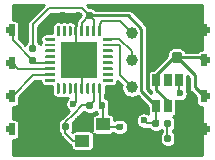
<source format=gbr>
%TF.GenerationSoftware,KiCad,Pcbnew,(5.1.8)-1*%
%TF.CreationDate,2021-10-29T19:36:58+09:00*%
%TF.ProjectId,ykts-mcu-node,796b7473-2d6d-4637-952d-6e6f64652e6b,rev?*%
%TF.SameCoordinates,PX6258c20PY49658d0*%
%TF.FileFunction,Copper,L1,Top*%
%TF.FilePolarity,Positive*%
%FSLAX46Y46*%
G04 Gerber Fmt 4.6, Leading zero omitted, Abs format (unit mm)*
G04 Created by KiCad (PCBNEW (5.1.8)-1) date 2021-10-29 19:36:58*
%MOMM*%
%LPD*%
G01*
G04 APERTURE LIST*
%TA.AperFunction,SMDPad,CuDef*%
%ADD10R,0.500000X1.000000*%
%TD*%
%TA.AperFunction,ComponentPad*%
%ADD11C,0.603000*%
%TD*%
%TA.AperFunction,SMDPad,CuDef*%
%ADD12R,0.650000X1.060000*%
%TD*%
%TA.AperFunction,SMDPad,CuDef*%
%ADD13R,1.150000X1.000000*%
%TD*%
%TA.AperFunction,SMDPad,CuDef*%
%ADD14R,3.100000X3.100000*%
%TD*%
%TA.AperFunction,SMDPad,CuDef*%
%ADD15C,1.000000*%
%TD*%
%TA.AperFunction,ViaPad*%
%ADD16C,0.600000*%
%TD*%
%TA.AperFunction,Conductor*%
%ADD17C,0.200000*%
%TD*%
%TA.AperFunction,Conductor*%
%ADD18C,0.250000*%
%TD*%
%TA.AperFunction,Conductor*%
%ADD19C,0.254000*%
%TD*%
%TA.AperFunction,Conductor*%
%ADD20C,0.100000*%
%TD*%
G04 APERTURE END LIST*
D10*
%TO.P,J4,1*%
%TO.N,/ISP_RESET*%
X250000Y-2540000D03*
D11*
X0Y-2540000D03*
%TD*%
D12*
%TO.P,SW1,5*%
%TO.N,Net-(SW1-Pad5)*%
X13462000Y-6774000D03*
%TO.P,SW1,6*%
%TO.N,+5V*%
X12512000Y-6774000D03*
%TO.P,SW1,4*%
%TO.N,Net-(J1-Pad1)*%
X14412000Y-6774000D03*
%TO.P,SW1,3*%
%TO.N,GND*%
X14412000Y-8974000D03*
%TO.P,SW1,2*%
%TO.N,+5V*%
X13462000Y-8974000D03*
%TO.P,SW1,1*%
%TO.N,Net-(C2-Pad1)*%
X12512000Y-8974000D03*
%TD*%
D13*
%TO.P,Y1,4*%
%TO.N,GND*%
X6237000Y-10476000D03*
%TO.P,Y1,3*%
%TO.N,Net-(C3-Pad1)*%
X7987000Y-10476000D03*
%TO.P,Y1,2*%
%TO.N,GND*%
X7987000Y-11876000D03*
%TO.P,Y1,1*%
%TO.N,Net-(C4-Pad1)*%
X6237000Y-11876000D03*
%TD*%
D14*
%TO.P,U1,33*%
%TO.N,GND*%
X5946000Y-5020000D03*
%TO.P,U1,32*%
%TO.N,Net-(U1-Pad32)*%
%TA.AperFunction,SMDPad,CuDef*%
G36*
G01*
X3883500Y-6895000D02*
X3133500Y-6895000D01*
G75*
G02*
X3071000Y-6832500I0J62500D01*
G01*
X3071000Y-6707500D01*
G75*
G02*
X3133500Y-6645000I62500J0D01*
G01*
X3883500Y-6645000D01*
G75*
G02*
X3946000Y-6707500I0J-62500D01*
G01*
X3946000Y-6832500D01*
G75*
G02*
X3883500Y-6895000I-62500J0D01*
G01*
G37*
%TD.AperFunction*%
%TO.P,U1,31*%
%TO.N,/UART0_TX*%
%TA.AperFunction,SMDPad,CuDef*%
G36*
G01*
X3883500Y-6395000D02*
X3133500Y-6395000D01*
G75*
G02*
X3071000Y-6332500I0J62500D01*
G01*
X3071000Y-6207500D01*
G75*
G02*
X3133500Y-6145000I62500J0D01*
G01*
X3883500Y-6145000D01*
G75*
G02*
X3946000Y-6207500I0J-62500D01*
G01*
X3946000Y-6332500D01*
G75*
G02*
X3883500Y-6395000I-62500J0D01*
G01*
G37*
%TD.AperFunction*%
%TO.P,U1,30*%
%TO.N,/UART0_RX*%
%TA.AperFunction,SMDPad,CuDef*%
G36*
G01*
X3883500Y-5895000D02*
X3133500Y-5895000D01*
G75*
G02*
X3071000Y-5832500I0J62500D01*
G01*
X3071000Y-5707500D01*
G75*
G02*
X3133500Y-5645000I62500J0D01*
G01*
X3883500Y-5645000D01*
G75*
G02*
X3946000Y-5707500I0J-62500D01*
G01*
X3946000Y-5832500D01*
G75*
G02*
X3883500Y-5895000I-62500J0D01*
G01*
G37*
%TD.AperFunction*%
%TO.P,U1,29*%
%TO.N,/ISP_RESET*%
%TA.AperFunction,SMDPad,CuDef*%
G36*
G01*
X3883500Y-5395000D02*
X3133500Y-5395000D01*
G75*
G02*
X3071000Y-5332500I0J62500D01*
G01*
X3071000Y-5207500D01*
G75*
G02*
X3133500Y-5145000I62500J0D01*
G01*
X3883500Y-5145000D01*
G75*
G02*
X3946000Y-5207500I0J-62500D01*
G01*
X3946000Y-5332500D01*
G75*
G02*
X3883500Y-5395000I-62500J0D01*
G01*
G37*
%TD.AperFunction*%
%TO.P,U1,28*%
%TO.N,Net-(U1-Pad28)*%
%TA.AperFunction,SMDPad,CuDef*%
G36*
G01*
X3883500Y-4895000D02*
X3133500Y-4895000D01*
G75*
G02*
X3071000Y-4832500I0J62500D01*
G01*
X3071000Y-4707500D01*
G75*
G02*
X3133500Y-4645000I62500J0D01*
G01*
X3883500Y-4645000D01*
G75*
G02*
X3946000Y-4707500I0J-62500D01*
G01*
X3946000Y-4832500D01*
G75*
G02*
X3883500Y-4895000I-62500J0D01*
G01*
G37*
%TD.AperFunction*%
%TO.P,U1,27*%
%TO.N,Net-(U1-Pad27)*%
%TA.AperFunction,SMDPad,CuDef*%
G36*
G01*
X3883500Y-4395000D02*
X3133500Y-4395000D01*
G75*
G02*
X3071000Y-4332500I0J62500D01*
G01*
X3071000Y-4207500D01*
G75*
G02*
X3133500Y-4145000I62500J0D01*
G01*
X3883500Y-4145000D01*
G75*
G02*
X3946000Y-4207500I0J-62500D01*
G01*
X3946000Y-4332500D01*
G75*
G02*
X3883500Y-4395000I-62500J0D01*
G01*
G37*
%TD.AperFunction*%
%TO.P,U1,26*%
%TO.N,Net-(U1-Pad26)*%
%TA.AperFunction,SMDPad,CuDef*%
G36*
G01*
X3883500Y-3895000D02*
X3133500Y-3895000D01*
G75*
G02*
X3071000Y-3832500I0J62500D01*
G01*
X3071000Y-3707500D01*
G75*
G02*
X3133500Y-3645000I62500J0D01*
G01*
X3883500Y-3645000D01*
G75*
G02*
X3946000Y-3707500I0J-62500D01*
G01*
X3946000Y-3832500D01*
G75*
G02*
X3883500Y-3895000I-62500J0D01*
G01*
G37*
%TD.AperFunction*%
%TO.P,U1,25*%
%TO.N,Net-(U1-Pad25)*%
%TA.AperFunction,SMDPad,CuDef*%
G36*
G01*
X3883500Y-3395000D02*
X3133500Y-3395000D01*
G75*
G02*
X3071000Y-3332500I0J62500D01*
G01*
X3071000Y-3207500D01*
G75*
G02*
X3133500Y-3145000I62500J0D01*
G01*
X3883500Y-3145000D01*
G75*
G02*
X3946000Y-3207500I0J-62500D01*
G01*
X3946000Y-3332500D01*
G75*
G02*
X3883500Y-3395000I-62500J0D01*
G01*
G37*
%TD.AperFunction*%
%TO.P,U1,24*%
%TO.N,Net-(U1-Pad24)*%
%TA.AperFunction,SMDPad,CuDef*%
G36*
G01*
X4258500Y-3020000D02*
X4133500Y-3020000D01*
G75*
G02*
X4071000Y-2957500I0J62500D01*
G01*
X4071000Y-2207500D01*
G75*
G02*
X4133500Y-2145000I62500J0D01*
G01*
X4258500Y-2145000D01*
G75*
G02*
X4321000Y-2207500I0J-62500D01*
G01*
X4321000Y-2957500D01*
G75*
G02*
X4258500Y-3020000I-62500J0D01*
G01*
G37*
%TD.AperFunction*%
%TO.P,U1,23*%
%TO.N,Net-(U1-Pad23)*%
%TA.AperFunction,SMDPad,CuDef*%
G36*
G01*
X4758500Y-3020000D02*
X4633500Y-3020000D01*
G75*
G02*
X4571000Y-2957500I0J62500D01*
G01*
X4571000Y-2207500D01*
G75*
G02*
X4633500Y-2145000I62500J0D01*
G01*
X4758500Y-2145000D01*
G75*
G02*
X4821000Y-2207500I0J-62500D01*
G01*
X4821000Y-2957500D01*
G75*
G02*
X4758500Y-3020000I-62500J0D01*
G01*
G37*
%TD.AperFunction*%
%TO.P,U1,22*%
%TO.N,Net-(U1-Pad22)*%
%TA.AperFunction,SMDPad,CuDef*%
G36*
G01*
X5258500Y-3020000D02*
X5133500Y-3020000D01*
G75*
G02*
X5071000Y-2957500I0J62500D01*
G01*
X5071000Y-2207500D01*
G75*
G02*
X5133500Y-2145000I62500J0D01*
G01*
X5258500Y-2145000D01*
G75*
G02*
X5321000Y-2207500I0J-62500D01*
G01*
X5321000Y-2957500D01*
G75*
G02*
X5258500Y-3020000I-62500J0D01*
G01*
G37*
%TD.AperFunction*%
%TO.P,U1,21*%
%TO.N,GND*%
%TA.AperFunction,SMDPad,CuDef*%
G36*
G01*
X5758500Y-3020000D02*
X5633500Y-3020000D01*
G75*
G02*
X5571000Y-2957500I0J62500D01*
G01*
X5571000Y-2207500D01*
G75*
G02*
X5633500Y-2145000I62500J0D01*
G01*
X5758500Y-2145000D01*
G75*
G02*
X5821000Y-2207500I0J-62500D01*
G01*
X5821000Y-2957500D01*
G75*
G02*
X5758500Y-3020000I-62500J0D01*
G01*
G37*
%TD.AperFunction*%
%TO.P,U1,20*%
%TO.N,Net-(C2-Pad1)*%
%TA.AperFunction,SMDPad,CuDef*%
G36*
G01*
X6258500Y-3020000D02*
X6133500Y-3020000D01*
G75*
G02*
X6071000Y-2957500I0J62500D01*
G01*
X6071000Y-2207500D01*
G75*
G02*
X6133500Y-2145000I62500J0D01*
G01*
X6258500Y-2145000D01*
G75*
G02*
X6321000Y-2207500I0J-62500D01*
G01*
X6321000Y-2957500D01*
G75*
G02*
X6258500Y-3020000I-62500J0D01*
G01*
G37*
%TD.AperFunction*%
%TO.P,U1,19*%
%TO.N,Net-(U1-Pad19)*%
%TA.AperFunction,SMDPad,CuDef*%
G36*
G01*
X6758500Y-3020000D02*
X6633500Y-3020000D01*
G75*
G02*
X6571000Y-2957500I0J62500D01*
G01*
X6571000Y-2207500D01*
G75*
G02*
X6633500Y-2145000I62500J0D01*
G01*
X6758500Y-2145000D01*
G75*
G02*
X6821000Y-2207500I0J-62500D01*
G01*
X6821000Y-2957500D01*
G75*
G02*
X6758500Y-3020000I-62500J0D01*
G01*
G37*
%TD.AperFunction*%
%TO.P,U1,18*%
%TO.N,Net-(C2-Pad1)*%
%TA.AperFunction,SMDPad,CuDef*%
G36*
G01*
X7258500Y-3020000D02*
X7133500Y-3020000D01*
G75*
G02*
X7071000Y-2957500I0J62500D01*
G01*
X7071000Y-2207500D01*
G75*
G02*
X7133500Y-2145000I62500J0D01*
G01*
X7258500Y-2145000D01*
G75*
G02*
X7321000Y-2207500I0J-62500D01*
G01*
X7321000Y-2957500D01*
G75*
G02*
X7258500Y-3020000I-62500J0D01*
G01*
G37*
%TD.AperFunction*%
%TO.P,U1,17*%
%TO.N,/ISP_SCK*%
%TA.AperFunction,SMDPad,CuDef*%
G36*
G01*
X7758500Y-3020000D02*
X7633500Y-3020000D01*
G75*
G02*
X7571000Y-2957500I0J62500D01*
G01*
X7571000Y-2207500D01*
G75*
G02*
X7633500Y-2145000I62500J0D01*
G01*
X7758500Y-2145000D01*
G75*
G02*
X7821000Y-2207500I0J-62500D01*
G01*
X7821000Y-2957500D01*
G75*
G02*
X7758500Y-3020000I-62500J0D01*
G01*
G37*
%TD.AperFunction*%
%TO.P,U1,16*%
%TO.N,/ISP_MISO*%
%TA.AperFunction,SMDPad,CuDef*%
G36*
G01*
X8758500Y-3395000D02*
X8008500Y-3395000D01*
G75*
G02*
X7946000Y-3332500I0J62500D01*
G01*
X7946000Y-3207500D01*
G75*
G02*
X8008500Y-3145000I62500J0D01*
G01*
X8758500Y-3145000D01*
G75*
G02*
X8821000Y-3207500I0J-62500D01*
G01*
X8821000Y-3332500D01*
G75*
G02*
X8758500Y-3395000I-62500J0D01*
G01*
G37*
%TD.AperFunction*%
%TO.P,U1,15*%
%TO.N,/ISP_MOSI*%
%TA.AperFunction,SMDPad,CuDef*%
G36*
G01*
X8758500Y-3895000D02*
X8008500Y-3895000D01*
G75*
G02*
X7946000Y-3832500I0J62500D01*
G01*
X7946000Y-3707500D01*
G75*
G02*
X8008500Y-3645000I62500J0D01*
G01*
X8758500Y-3645000D01*
G75*
G02*
X8821000Y-3707500I0J-62500D01*
G01*
X8821000Y-3832500D01*
G75*
G02*
X8758500Y-3895000I-62500J0D01*
G01*
G37*
%TD.AperFunction*%
%TO.P,U1,14*%
%TO.N,Net-(U1-Pad14)*%
%TA.AperFunction,SMDPad,CuDef*%
G36*
G01*
X8758500Y-4395000D02*
X8008500Y-4395000D01*
G75*
G02*
X7946000Y-4332500I0J62500D01*
G01*
X7946000Y-4207500D01*
G75*
G02*
X8008500Y-4145000I62500J0D01*
G01*
X8758500Y-4145000D01*
G75*
G02*
X8821000Y-4207500I0J-62500D01*
G01*
X8821000Y-4332500D01*
G75*
G02*
X8758500Y-4395000I-62500J0D01*
G01*
G37*
%TD.AperFunction*%
%TO.P,U1,13*%
%TO.N,Net-(U1-Pad13)*%
%TA.AperFunction,SMDPad,CuDef*%
G36*
G01*
X8758500Y-4895000D02*
X8008500Y-4895000D01*
G75*
G02*
X7946000Y-4832500I0J62500D01*
G01*
X7946000Y-4707500D01*
G75*
G02*
X8008500Y-4645000I62500J0D01*
G01*
X8758500Y-4645000D01*
G75*
G02*
X8821000Y-4707500I0J-62500D01*
G01*
X8821000Y-4832500D01*
G75*
G02*
X8758500Y-4895000I-62500J0D01*
G01*
G37*
%TD.AperFunction*%
%TO.P,U1,12*%
%TO.N,Net-(U1-Pad12)*%
%TA.AperFunction,SMDPad,CuDef*%
G36*
G01*
X8758500Y-5395000D02*
X8008500Y-5395000D01*
G75*
G02*
X7946000Y-5332500I0J62500D01*
G01*
X7946000Y-5207500D01*
G75*
G02*
X8008500Y-5145000I62500J0D01*
G01*
X8758500Y-5145000D01*
G75*
G02*
X8821000Y-5207500I0J-62500D01*
G01*
X8821000Y-5332500D01*
G75*
G02*
X8758500Y-5395000I-62500J0D01*
G01*
G37*
%TD.AperFunction*%
%TO.P,U1,11*%
%TO.N,Net-(U1-Pad11)*%
%TA.AperFunction,SMDPad,CuDef*%
G36*
G01*
X8758500Y-5895000D02*
X8008500Y-5895000D01*
G75*
G02*
X7946000Y-5832500I0J62500D01*
G01*
X7946000Y-5707500D01*
G75*
G02*
X8008500Y-5645000I62500J0D01*
G01*
X8758500Y-5645000D01*
G75*
G02*
X8821000Y-5707500I0J-62500D01*
G01*
X8821000Y-5832500D01*
G75*
G02*
X8758500Y-5895000I-62500J0D01*
G01*
G37*
%TD.AperFunction*%
%TO.P,U1,10*%
%TO.N,Net-(U1-Pad10)*%
%TA.AperFunction,SMDPad,CuDef*%
G36*
G01*
X8758500Y-6395000D02*
X8008500Y-6395000D01*
G75*
G02*
X7946000Y-6332500I0J62500D01*
G01*
X7946000Y-6207500D01*
G75*
G02*
X8008500Y-6145000I62500J0D01*
G01*
X8758500Y-6145000D01*
G75*
G02*
X8821000Y-6207500I0J-62500D01*
G01*
X8821000Y-6332500D01*
G75*
G02*
X8758500Y-6395000I-62500J0D01*
G01*
G37*
%TD.AperFunction*%
%TO.P,U1,9*%
%TO.N,Net-(U1-Pad9)*%
%TA.AperFunction,SMDPad,CuDef*%
G36*
G01*
X8758500Y-6895000D02*
X8008500Y-6895000D01*
G75*
G02*
X7946000Y-6832500I0J62500D01*
G01*
X7946000Y-6707500D01*
G75*
G02*
X8008500Y-6645000I62500J0D01*
G01*
X8758500Y-6645000D01*
G75*
G02*
X8821000Y-6707500I0J-62500D01*
G01*
X8821000Y-6832500D01*
G75*
G02*
X8758500Y-6895000I-62500J0D01*
G01*
G37*
%TD.AperFunction*%
%TO.P,U1,8*%
%TO.N,Net-(C3-Pad1)*%
%TA.AperFunction,SMDPad,CuDef*%
G36*
G01*
X7758500Y-7895000D02*
X7633500Y-7895000D01*
G75*
G02*
X7571000Y-7832500I0J62500D01*
G01*
X7571000Y-7082500D01*
G75*
G02*
X7633500Y-7020000I62500J0D01*
G01*
X7758500Y-7020000D01*
G75*
G02*
X7821000Y-7082500I0J-62500D01*
G01*
X7821000Y-7832500D01*
G75*
G02*
X7758500Y-7895000I-62500J0D01*
G01*
G37*
%TD.AperFunction*%
%TO.P,U1,7*%
%TO.N,Net-(C4-Pad1)*%
%TA.AperFunction,SMDPad,CuDef*%
G36*
G01*
X7258500Y-7895000D02*
X7133500Y-7895000D01*
G75*
G02*
X7071000Y-7832500I0J62500D01*
G01*
X7071000Y-7082500D01*
G75*
G02*
X7133500Y-7020000I62500J0D01*
G01*
X7258500Y-7020000D01*
G75*
G02*
X7321000Y-7082500I0J-62500D01*
G01*
X7321000Y-7832500D01*
G75*
G02*
X7258500Y-7895000I-62500J0D01*
G01*
G37*
%TD.AperFunction*%
%TO.P,U1,6*%
%TO.N,Net-(U1-Pad6)*%
%TA.AperFunction,SMDPad,CuDef*%
G36*
G01*
X6758500Y-7895000D02*
X6633500Y-7895000D01*
G75*
G02*
X6571000Y-7832500I0J62500D01*
G01*
X6571000Y-7082500D01*
G75*
G02*
X6633500Y-7020000I62500J0D01*
G01*
X6758500Y-7020000D01*
G75*
G02*
X6821000Y-7082500I0J-62500D01*
G01*
X6821000Y-7832500D01*
G75*
G02*
X6758500Y-7895000I-62500J0D01*
G01*
G37*
%TD.AperFunction*%
%TO.P,U1,5*%
%TO.N,GND*%
%TA.AperFunction,SMDPad,CuDef*%
G36*
G01*
X6258500Y-7895000D02*
X6133500Y-7895000D01*
G75*
G02*
X6071000Y-7832500I0J62500D01*
G01*
X6071000Y-7082500D01*
G75*
G02*
X6133500Y-7020000I62500J0D01*
G01*
X6258500Y-7020000D01*
G75*
G02*
X6321000Y-7082500I0J-62500D01*
G01*
X6321000Y-7832500D01*
G75*
G02*
X6258500Y-7895000I-62500J0D01*
G01*
G37*
%TD.AperFunction*%
%TO.P,U1,4*%
%TO.N,Net-(C2-Pad1)*%
%TA.AperFunction,SMDPad,CuDef*%
G36*
G01*
X5758500Y-7895000D02*
X5633500Y-7895000D01*
G75*
G02*
X5571000Y-7832500I0J62500D01*
G01*
X5571000Y-7082500D01*
G75*
G02*
X5633500Y-7020000I62500J0D01*
G01*
X5758500Y-7020000D01*
G75*
G02*
X5821000Y-7082500I0J-62500D01*
G01*
X5821000Y-7832500D01*
G75*
G02*
X5758500Y-7895000I-62500J0D01*
G01*
G37*
%TD.AperFunction*%
%TO.P,U1,3*%
%TO.N,Net-(U1-Pad3)*%
%TA.AperFunction,SMDPad,CuDef*%
G36*
G01*
X5258500Y-7895000D02*
X5133500Y-7895000D01*
G75*
G02*
X5071000Y-7832500I0J62500D01*
G01*
X5071000Y-7082500D01*
G75*
G02*
X5133500Y-7020000I62500J0D01*
G01*
X5258500Y-7020000D01*
G75*
G02*
X5321000Y-7082500I0J-62500D01*
G01*
X5321000Y-7832500D01*
G75*
G02*
X5258500Y-7895000I-62500J0D01*
G01*
G37*
%TD.AperFunction*%
%TO.P,U1,2*%
%TO.N,Net-(U1-Pad2)*%
%TA.AperFunction,SMDPad,CuDef*%
G36*
G01*
X4758500Y-7895000D02*
X4633500Y-7895000D01*
G75*
G02*
X4571000Y-7832500I0J62500D01*
G01*
X4571000Y-7082500D01*
G75*
G02*
X4633500Y-7020000I62500J0D01*
G01*
X4758500Y-7020000D01*
G75*
G02*
X4821000Y-7082500I0J-62500D01*
G01*
X4821000Y-7832500D01*
G75*
G02*
X4758500Y-7895000I-62500J0D01*
G01*
G37*
%TD.AperFunction*%
%TO.P,U1,1*%
%TO.N,Net-(U1-Pad1)*%
%TA.AperFunction,SMDPad,CuDef*%
G36*
G01*
X4258500Y-7895000D02*
X4133500Y-7895000D01*
G75*
G02*
X4071000Y-7832500I0J62500D01*
G01*
X4071000Y-7082500D01*
G75*
G02*
X4133500Y-7020000I62500J0D01*
G01*
X4258500Y-7020000D01*
G75*
G02*
X4321000Y-7082500I0J-62500D01*
G01*
X4321000Y-7832500D01*
G75*
G02*
X4258500Y-7895000I-62500J0D01*
G01*
G37*
%TD.AperFunction*%
%TD*%
D15*
%TO.P,TP3,1*%
%TO.N,/ISP_SCK*%
X10414000Y-2794000D03*
%TD*%
%TO.P,TP2,1*%
%TO.N,/ISP_MOSI*%
X10414000Y-7366000D03*
%TD*%
%TO.P,TP1,1*%
%TO.N,/ISP_MISO*%
X10414000Y-5080000D03*
%TD*%
%TO.P,R4,2*%
%TO.N,Net-(D1-Pad1)*%
%TA.AperFunction,SMDPad,CuDef*%
G36*
G01*
X13730000Y-11499000D02*
X13730000Y-11869000D01*
G75*
G02*
X13595000Y-12004000I-135000J0D01*
G01*
X13325000Y-12004000D01*
G75*
G02*
X13190000Y-11869000I0J135000D01*
G01*
X13190000Y-11499000D01*
G75*
G02*
X13325000Y-11364000I135000J0D01*
G01*
X13595000Y-11364000D01*
G75*
G02*
X13730000Y-11499000I0J-135000D01*
G01*
G37*
%TD.AperFunction*%
%TO.P,R4,1*%
%TO.N,GND*%
%TA.AperFunction,SMDPad,CuDef*%
G36*
G01*
X14750000Y-11499000D02*
X14750000Y-11869000D01*
G75*
G02*
X14615000Y-12004000I-135000J0D01*
G01*
X14345000Y-12004000D01*
G75*
G02*
X14210000Y-11869000I0J135000D01*
G01*
X14210000Y-11499000D01*
G75*
G02*
X14345000Y-11364000I135000J0D01*
G01*
X14615000Y-11364000D01*
G75*
G02*
X14750000Y-11499000I0J-135000D01*
G01*
G37*
%TD.AperFunction*%
%TD*%
%TO.P,R3,2*%
%TO.N,Net-(C3-Pad1)*%
%TA.AperFunction,SMDPad,CuDef*%
G36*
G01*
X7606000Y-9075000D02*
X7606000Y-8705000D01*
G75*
G02*
X7741000Y-8570000I135000J0D01*
G01*
X8011000Y-8570000D01*
G75*
G02*
X8146000Y-8705000I0J-135000D01*
G01*
X8146000Y-9075000D01*
G75*
G02*
X8011000Y-9210000I-135000J0D01*
G01*
X7741000Y-9210000D01*
G75*
G02*
X7606000Y-9075000I0J135000D01*
G01*
G37*
%TD.AperFunction*%
%TO.P,R3,1*%
%TO.N,Net-(C4-Pad1)*%
%TA.AperFunction,SMDPad,CuDef*%
G36*
G01*
X6586000Y-9075000D02*
X6586000Y-8705000D01*
G75*
G02*
X6721000Y-8570000I135000J0D01*
G01*
X6991000Y-8570000D01*
G75*
G02*
X7126000Y-8705000I0J-135000D01*
G01*
X7126000Y-9075000D01*
G75*
G02*
X6991000Y-9210000I-135000J0D01*
G01*
X6721000Y-9210000D01*
G75*
G02*
X6586000Y-9075000I0J135000D01*
G01*
G37*
%TD.AperFunction*%
%TD*%
%TO.P,R1,2*%
%TO.N,Net-(C2-Pad1)*%
%TA.AperFunction,SMDPad,CuDef*%
G36*
G01*
X2217000Y-4332000D02*
X1847000Y-4332000D01*
G75*
G02*
X1712000Y-4197000I0J135000D01*
G01*
X1712000Y-3927000D01*
G75*
G02*
X1847000Y-3792000I135000J0D01*
G01*
X2217000Y-3792000D01*
G75*
G02*
X2352000Y-3927000I0J-135000D01*
G01*
X2352000Y-4197000D01*
G75*
G02*
X2217000Y-4332000I-135000J0D01*
G01*
G37*
%TD.AperFunction*%
%TO.P,R1,1*%
%TO.N,/ISP_RESET*%
%TA.AperFunction,SMDPad,CuDef*%
G36*
G01*
X2217000Y-5352000D02*
X1847000Y-5352000D01*
G75*
G02*
X1712000Y-5217000I0J135000D01*
G01*
X1712000Y-4947000D01*
G75*
G02*
X1847000Y-4812000I135000J0D01*
G01*
X2217000Y-4812000D01*
G75*
G02*
X2352000Y-4947000I0J-135000D01*
G01*
X2352000Y-5217000D01*
G75*
G02*
X2217000Y-5352000I-135000J0D01*
G01*
G37*
%TD.AperFunction*%
%TD*%
D10*
%TO.P,J8,1*%
%TO.N,GND*%
X16514000Y-2540000D03*
D11*
X16764000Y-2540000D03*
%TD*%
D10*
%TO.P,J7,1*%
%TO.N,+5V*%
X16514000Y-5080000D03*
D11*
X16764000Y-5080000D03*
%TD*%
D10*
%TO.P,J6,1*%
%TO.N,+5V*%
X16514000Y-8128000D03*
D11*
X16764000Y-8128000D03*
%TD*%
D10*
%TO.P,J5,1*%
%TO.N,GND*%
X16514000Y-10922000D03*
D11*
X16764000Y-10922000D03*
%TD*%
D10*
%TO.P,J3,1*%
%TO.N,/UART0_RX*%
X258000Y-5334000D03*
D11*
X8000Y-5334000D03*
%TD*%
D10*
%TO.P,J2,1*%
%TO.N,/UART0_TX*%
X250000Y-8128000D03*
D11*
X0Y-8128000D03*
%TD*%
D10*
%TO.P,J1,1*%
%TO.N,Net-(J1-Pad1)*%
X250000Y-10922000D03*
D11*
X0Y-10922000D03*
%TD*%
%TO.P,D1,2*%
%TO.N,Net-(C2-Pad1)*%
%TA.AperFunction,SMDPad,CuDef*%
G36*
G01*
X12764000Y-10241500D02*
X12764000Y-10586500D01*
G75*
G02*
X12616500Y-10734000I-147500J0D01*
G01*
X12321500Y-10734000D01*
G75*
G02*
X12174000Y-10586500I0J147500D01*
G01*
X12174000Y-10241500D01*
G75*
G02*
X12321500Y-10094000I147500J0D01*
G01*
X12616500Y-10094000D01*
G75*
G02*
X12764000Y-10241500I0J-147500D01*
G01*
G37*
%TD.AperFunction*%
%TO.P,D1,1*%
%TO.N,Net-(D1-Pad1)*%
%TA.AperFunction,SMDPad,CuDef*%
G36*
G01*
X13734000Y-10241500D02*
X13734000Y-10586500D01*
G75*
G02*
X13586500Y-10734000I-147500J0D01*
G01*
X13291500Y-10734000D01*
G75*
G02*
X13144000Y-10586500I0J147500D01*
G01*
X13144000Y-10241500D01*
G75*
G02*
X13291500Y-10094000I147500J0D01*
G01*
X13586500Y-10094000D01*
G75*
G02*
X13734000Y-10241500I0J-147500D01*
G01*
G37*
%TD.AperFunction*%
%TD*%
%TO.P,C4,2*%
%TO.N,GND*%
%TA.AperFunction,SMDPad,CuDef*%
G36*
G01*
X4118000Y-10498000D02*
X4118000Y-10838000D01*
G75*
G02*
X3978000Y-10978000I-140000J0D01*
G01*
X3698000Y-10978000D01*
G75*
G02*
X3558000Y-10838000I0J140000D01*
G01*
X3558000Y-10498000D01*
G75*
G02*
X3698000Y-10358000I140000J0D01*
G01*
X3978000Y-10358000D01*
G75*
G02*
X4118000Y-10498000I0J-140000D01*
G01*
G37*
%TD.AperFunction*%
%TO.P,C4,1*%
%TO.N,Net-(C4-Pad1)*%
%TA.AperFunction,SMDPad,CuDef*%
G36*
G01*
X5078000Y-10498000D02*
X5078000Y-10838000D01*
G75*
G02*
X4938000Y-10978000I-140000J0D01*
G01*
X4658000Y-10978000D01*
G75*
G02*
X4518000Y-10838000I0J140000D01*
G01*
X4518000Y-10498000D01*
G75*
G02*
X4658000Y-10358000I140000J0D01*
G01*
X4938000Y-10358000D01*
G75*
G02*
X5078000Y-10498000I0J-140000D01*
G01*
G37*
%TD.AperFunction*%
%TD*%
%TO.P,C3,2*%
%TO.N,GND*%
%TA.AperFunction,SMDPad,CuDef*%
G36*
G01*
X9228000Y-11376000D02*
X9568000Y-11376000D01*
G75*
G02*
X9708000Y-11516000I0J-140000D01*
G01*
X9708000Y-11796000D01*
G75*
G02*
X9568000Y-11936000I-140000J0D01*
G01*
X9228000Y-11936000D01*
G75*
G02*
X9088000Y-11796000I0J140000D01*
G01*
X9088000Y-11516000D01*
G75*
G02*
X9228000Y-11376000I140000J0D01*
G01*
G37*
%TD.AperFunction*%
%TO.P,C3,1*%
%TO.N,Net-(C3-Pad1)*%
%TA.AperFunction,SMDPad,CuDef*%
G36*
G01*
X9228000Y-10416000D02*
X9568000Y-10416000D01*
G75*
G02*
X9708000Y-10556000I0J-140000D01*
G01*
X9708000Y-10836000D01*
G75*
G02*
X9568000Y-10976000I-140000J0D01*
G01*
X9228000Y-10976000D01*
G75*
G02*
X9088000Y-10836000I0J140000D01*
G01*
X9088000Y-10556000D01*
G75*
G02*
X9228000Y-10416000I140000J0D01*
G01*
G37*
%TD.AperFunction*%
%TD*%
%TO.P,C2,2*%
%TO.N,GND*%
%TA.AperFunction,SMDPad,CuDef*%
G36*
G01*
X6150000Y-1100000D02*
X6150000Y-1440000D01*
G75*
G02*
X6010000Y-1580000I-140000J0D01*
G01*
X5730000Y-1580000D01*
G75*
G02*
X5590000Y-1440000I0J140000D01*
G01*
X5590000Y-1100000D01*
G75*
G02*
X5730000Y-960000I140000J0D01*
G01*
X6010000Y-960000D01*
G75*
G02*
X6150000Y-1100000I0J-140000D01*
G01*
G37*
%TD.AperFunction*%
%TO.P,C2,1*%
%TO.N,Net-(C2-Pad1)*%
%TA.AperFunction,SMDPad,CuDef*%
G36*
G01*
X7110000Y-1100000D02*
X7110000Y-1440000D01*
G75*
G02*
X6970000Y-1580000I-140000J0D01*
G01*
X6690000Y-1580000D01*
G75*
G02*
X6550000Y-1440000I0J140000D01*
G01*
X6550000Y-1100000D01*
G75*
G02*
X6690000Y-960000I140000J0D01*
G01*
X6970000Y-960000D01*
G75*
G02*
X7110000Y-1100000I0J-140000D01*
G01*
G37*
%TD.AperFunction*%
%TD*%
%TO.P,C1,2*%
%TO.N,GND*%
%TA.AperFunction,SMDPad,CuDef*%
G36*
G01*
X13137000Y-4576000D02*
X13137000Y-5076000D01*
G75*
G02*
X12912000Y-5301000I-225000J0D01*
G01*
X12462000Y-5301000D01*
G75*
G02*
X12237000Y-5076000I0J225000D01*
G01*
X12237000Y-4576000D01*
G75*
G02*
X12462000Y-4351000I225000J0D01*
G01*
X12912000Y-4351000D01*
G75*
G02*
X13137000Y-4576000I0J-225000D01*
G01*
G37*
%TD.AperFunction*%
%TO.P,C1,1*%
%TO.N,+5V*%
%TA.AperFunction,SMDPad,CuDef*%
G36*
G01*
X14687000Y-4576000D02*
X14687000Y-5076000D01*
G75*
G02*
X14462000Y-5301000I-225000J0D01*
G01*
X14012000Y-5301000D01*
G75*
G02*
X13787000Y-5076000I0J225000D01*
G01*
X13787000Y-4576000D01*
G75*
G02*
X14012000Y-4351000I225000J0D01*
G01*
X14462000Y-4351000D01*
G75*
G02*
X14687000Y-4576000I0J-225000D01*
G01*
G37*
%TD.AperFunction*%
%TD*%
D16*
%TO.N,GND*%
X10668000Y-11684000D03*
X3302000Y-9398000D03*
X2286000Y-11684000D03*
X1524000Y-1270000D03*
X4572000Y-1270000D03*
X12700000Y-2794000D03*
X14478000Y-1524000D03*
%TO.N,Net-(C2-Pad1)*%
X11430000Y-10160000D03*
X5473734Y-8775734D03*
%TO.N,Net-(J1-Pad1)*%
X14478000Y-7874000D03*
%TD*%
D17*
%TO.N,GND*%
X8207000Y-11656000D02*
X7987000Y-11876000D01*
X9398000Y-11656000D02*
X8207000Y-11656000D01*
X7592000Y-12271000D02*
X7987000Y-11876000D01*
X6371998Y-10476000D02*
X6237000Y-10476000D01*
X7771998Y-11876000D02*
X6371998Y-10476000D01*
X7987000Y-11876000D02*
X7771998Y-11876000D01*
X6196000Y-5270000D02*
X5946000Y-5020000D01*
X6196000Y-7457500D02*
X6196000Y-5270000D01*
X5696000Y-4770000D02*
X5946000Y-5020000D01*
X5696000Y-2582500D02*
X5696000Y-4770000D01*
D18*
X12512000Y-5001000D02*
X12687000Y-4826000D01*
D17*
X5696000Y-1444000D02*
X5696000Y-2582500D01*
X5870000Y-1270000D02*
X5696000Y-1444000D01*
D18*
%TO.N,+5V*%
X13462000Y-8504000D02*
X13462000Y-8974000D01*
X12512000Y-7554000D02*
X13462000Y-8504000D01*
X12512000Y-6774000D02*
X12512000Y-7554000D01*
D17*
X13462000Y-8974000D02*
X13462000Y-8528998D01*
D18*
X16413990Y-8027990D02*
X16413990Y-8128000D01*
X16413990Y-4979990D02*
X16413990Y-5080000D01*
X13969998Y-4826000D02*
X12512000Y-6283998D01*
X12512000Y-6283998D02*
X12512000Y-6774000D01*
X14237000Y-4826000D02*
X13969998Y-4826000D01*
X14237000Y-4826000D02*
X15748000Y-6337000D01*
X15748000Y-7362000D02*
X16413990Y-8027990D01*
X15748000Y-6337000D02*
X15748000Y-7362000D01*
X16159990Y-4826000D02*
X16413990Y-5080000D01*
X14237000Y-4826000D02*
X16159990Y-4826000D01*
D17*
%TO.N,Net-(C2-Pad1)*%
X6802270Y-1270000D02*
X6830000Y-1270000D01*
X6196000Y-2582500D02*
X6196000Y-1876270D01*
D18*
X10111002Y-1270000D02*
X6830000Y-1270000D01*
X11239001Y-2397999D02*
X10111002Y-1270000D01*
X11239001Y-7701001D02*
X11239001Y-2397999D01*
X12512000Y-8974000D02*
X11239001Y-7701001D01*
D17*
X7196000Y-2582500D02*
X7196000Y-1636000D01*
X7196000Y-1636000D02*
X6830000Y-1270000D01*
X6196000Y-1876270D02*
X6802270Y-1270000D01*
X12512000Y-10371000D02*
X12469000Y-10414000D01*
X12512000Y-8974000D02*
X12512000Y-10371000D01*
X6219990Y-659990D02*
X3404010Y-659990D01*
X6830000Y-1270000D02*
X6219990Y-659990D01*
X2032000Y-2032000D02*
X2032000Y-4062000D01*
X3404010Y-659990D02*
X2032000Y-2032000D01*
X11684000Y-10414000D02*
X11430000Y-10160000D01*
X12469000Y-10414000D02*
X11684000Y-10414000D01*
X5696000Y-8553468D02*
X5696000Y-7457500D01*
X5473734Y-8775734D02*
X5696000Y-8553468D01*
%TO.N,Net-(C3-Pad1)*%
X7987000Y-9001000D02*
X7876000Y-8890000D01*
X7987000Y-10476000D02*
X7987000Y-9001000D01*
X7696000Y-8710000D02*
X7876000Y-8890000D01*
X7696000Y-7457500D02*
X7696000Y-8710000D01*
X8207000Y-10696000D02*
X7987000Y-10476000D01*
X9398000Y-10696000D02*
X8207000Y-10696000D01*
%TO.N,Net-(C4-Pad1)*%
X7196000Y-8550000D02*
X6856000Y-8890000D01*
X7196000Y-7457500D02*
X7196000Y-8550000D01*
X6856000Y-8890000D02*
X6207998Y-8890000D01*
X6021998Y-11876000D02*
X6237000Y-11876000D01*
X6632000Y-12271000D02*
X6237000Y-11876000D01*
X4798000Y-11212000D02*
X4798000Y-10668000D01*
X5462000Y-11876000D02*
X4798000Y-11212000D01*
X6237000Y-11876000D02*
X5462000Y-11876000D01*
X4798000Y-10299998D02*
X5516999Y-9580999D01*
X4798000Y-10668000D02*
X4798000Y-10299998D01*
X5516999Y-9580999D02*
X5334000Y-9763998D01*
X6207998Y-8890000D02*
X5516999Y-9580999D01*
%TO.N,Net-(D1-Pad1)*%
X13439000Y-11663000D02*
X13460000Y-11684000D01*
X13439000Y-10414000D02*
X13439000Y-11663000D01*
%TO.N,Net-(J1-Pad1)*%
X14412000Y-7808000D02*
X14478000Y-7874000D01*
X14412000Y-6774000D02*
X14412000Y-7808000D01*
%TO.N,/UART0_TX*%
X325010Y-8052990D02*
X325010Y-8128000D01*
X3466010Y-6344990D02*
X2033010Y-6344990D01*
X3508500Y-6302500D02*
X3466010Y-6344990D01*
X2033010Y-6344990D02*
X325010Y-8052990D01*
X3508500Y-6270000D02*
X3508500Y-6302500D01*
%TO.N,/UART0_RX*%
X761010Y-5770000D02*
X325010Y-5334000D01*
X3508500Y-5770000D02*
X761010Y-5770000D01*
%TO.N,/ISP_RESET*%
X2220000Y-5270000D02*
X2032000Y-5082000D01*
X3508500Y-5270000D02*
X2220000Y-5270000D01*
X325010Y-3375010D02*
X325010Y-2540000D01*
X2032000Y-5082000D02*
X325010Y-3375010D01*
%TO.N,/ISP_MISO*%
X10414000Y-5080000D02*
X10414000Y-4318000D01*
X9366000Y-3270000D02*
X8383500Y-3270000D01*
X10414000Y-4318000D02*
X9366000Y-3270000D01*
%TO.N,/ISP_MOSI*%
X10414000Y-7366000D02*
X9398000Y-6350000D01*
X9398000Y-6350000D02*
X9398000Y-3867698D01*
X9300302Y-3770000D02*
X8383500Y-3770000D01*
X9398000Y-3867698D02*
X9300302Y-3770000D01*
%TO.N,/ISP_SCK*%
X7696000Y-2582500D02*
X7696000Y-1956000D01*
X7696000Y-1956000D02*
X7874000Y-1778000D01*
X9398000Y-1778000D02*
X10414000Y-2794000D01*
X7874000Y-1778000D02*
X9398000Y-1778000D01*
%TD*%
D19*
%TO.N,GND*%
X15242000Y-6546592D02*
X15242001Y-7337144D01*
X15239553Y-7362000D01*
X15249322Y-7461192D01*
X15278255Y-7556574D01*
X15287950Y-7574711D01*
X15325242Y-7644479D01*
X15388474Y-7721527D01*
X15407780Y-7737371D01*
X15881157Y-8210749D01*
X15881157Y-8628000D01*
X15888513Y-8702689D01*
X15910299Y-8774508D01*
X15945678Y-8840696D01*
X15993289Y-8898711D01*
X16051304Y-8946322D01*
X16117492Y-8981701D01*
X16189311Y-9003487D01*
X16264000Y-9010843D01*
X16358000Y-9010843D01*
X16358000Y-13056000D01*
X406000Y-13056000D01*
X406000Y-11804843D01*
X500000Y-11804843D01*
X574689Y-11797487D01*
X646508Y-11775701D01*
X712696Y-11740322D01*
X770711Y-11692711D01*
X818322Y-11634696D01*
X853701Y-11568508D01*
X875487Y-11496689D01*
X882843Y-11422000D01*
X882843Y-10422000D01*
X875487Y-10347311D01*
X853701Y-10275492D01*
X818322Y-10209304D01*
X770711Y-10151289D01*
X712696Y-10103678D01*
X646508Y-10068299D01*
X574689Y-10046513D01*
X500000Y-10039157D01*
X406000Y-10039157D01*
X406000Y-9010843D01*
X500000Y-9010843D01*
X574689Y-9003487D01*
X646508Y-8981701D01*
X712696Y-8946322D01*
X770711Y-8898711D01*
X818322Y-8840696D01*
X853701Y-8774508D01*
X875487Y-8702689D01*
X882843Y-8628000D01*
X882843Y-8175393D01*
X2232247Y-6825990D01*
X2688157Y-6825990D01*
X2688157Y-6832500D01*
X2696714Y-6919382D01*
X2722057Y-7002925D01*
X2763211Y-7079919D01*
X2818595Y-7147405D01*
X2886081Y-7202789D01*
X2963075Y-7243943D01*
X3046618Y-7269286D01*
X3133500Y-7277843D01*
X3688157Y-7277843D01*
X3688157Y-7832500D01*
X3696714Y-7919382D01*
X3722057Y-8002925D01*
X3763211Y-8079919D01*
X3818595Y-8147405D01*
X3886081Y-8202789D01*
X3963075Y-8243943D01*
X4046618Y-8269286D01*
X4133500Y-8277843D01*
X4258500Y-8277843D01*
X4345382Y-8269286D01*
X4428925Y-8243943D01*
X4446000Y-8234816D01*
X4463075Y-8243943D01*
X4546618Y-8269286D01*
X4633500Y-8277843D01*
X4758500Y-8277843D01*
X4845382Y-8269286D01*
X4928925Y-8243943D01*
X4946000Y-8234816D01*
X4963075Y-8243943D01*
X5023973Y-8262416D01*
X4944767Y-8341622D01*
X4870240Y-8453160D01*
X4818905Y-8577094D01*
X4792734Y-8708661D01*
X4792734Y-8842807D01*
X4818905Y-8974374D01*
X4870240Y-9098308D01*
X4944767Y-9209846D01*
X5039622Y-9304701D01*
X5083645Y-9334116D01*
X4474589Y-9943173D01*
X4456237Y-9958234D01*
X4441176Y-9976586D01*
X4396129Y-10031476D01*
X4383777Y-10054584D01*
X4367524Y-10063272D01*
X4288294Y-10128294D01*
X4223272Y-10207524D01*
X4174956Y-10297917D01*
X4145203Y-10395998D01*
X4135157Y-10498000D01*
X4135157Y-10838000D01*
X4145203Y-10940002D01*
X4174956Y-11038083D01*
X4223272Y-11128476D01*
X4288294Y-11207706D01*
X4316533Y-11230881D01*
X4323960Y-11306292D01*
X4328435Y-11321044D01*
X4351464Y-11396960D01*
X4396128Y-11480522D01*
X4456236Y-11553764D01*
X4474594Y-11568830D01*
X5105174Y-12199411D01*
X5120236Y-12217764D01*
X5193478Y-12277872D01*
X5277039Y-12322536D01*
X5279157Y-12323178D01*
X5279157Y-12376000D01*
X5286513Y-12450689D01*
X5308299Y-12522508D01*
X5343678Y-12588696D01*
X5391289Y-12646711D01*
X5449304Y-12694322D01*
X5515492Y-12729701D01*
X5587311Y-12751487D01*
X5662000Y-12758843D01*
X6812000Y-12758843D01*
X6886689Y-12751487D01*
X6958508Y-12729701D01*
X7024696Y-12694322D01*
X7082711Y-12646711D01*
X7130322Y-12588696D01*
X7165701Y-12522508D01*
X7187487Y-12450689D01*
X7194843Y-12376000D01*
X7194843Y-11376000D01*
X7187487Y-11301311D01*
X7180747Y-11279093D01*
X7199304Y-11294322D01*
X7265492Y-11329701D01*
X7337311Y-11351487D01*
X7412000Y-11358843D01*
X8562000Y-11358843D01*
X8636689Y-11351487D01*
X8708508Y-11329701D01*
X8774696Y-11294322D01*
X8832711Y-11246711D01*
X8863115Y-11209663D01*
X8937524Y-11270728D01*
X9027917Y-11319044D01*
X9125998Y-11348797D01*
X9228000Y-11358843D01*
X9568000Y-11358843D01*
X9670002Y-11348797D01*
X9768083Y-11319044D01*
X9858476Y-11270728D01*
X9937706Y-11205706D01*
X10002728Y-11126476D01*
X10051044Y-11036083D01*
X10080797Y-10938002D01*
X10090843Y-10836000D01*
X10090843Y-10556000D01*
X10080797Y-10453998D01*
X10051044Y-10355917D01*
X10002728Y-10265524D01*
X9937706Y-10186294D01*
X9858476Y-10121272D01*
X9768083Y-10072956D01*
X9670002Y-10043203D01*
X9568000Y-10033157D01*
X9228000Y-10033157D01*
X9125998Y-10043203D01*
X9027917Y-10072956D01*
X8944843Y-10117360D01*
X8944843Y-9976000D01*
X8937487Y-9901311D01*
X8915701Y-9829492D01*
X8880322Y-9763304D01*
X8832711Y-9705289D01*
X8774696Y-9657678D01*
X8708508Y-9622299D01*
X8636689Y-9600513D01*
X8562000Y-9593157D01*
X8468000Y-9593157D01*
X8468000Y-9313253D01*
X8489425Y-9273170D01*
X8518893Y-9176026D01*
X8528843Y-9075000D01*
X8528843Y-8705000D01*
X8518893Y-8603974D01*
X8489425Y-8506830D01*
X8441571Y-8417302D01*
X8377170Y-8338830D01*
X8298698Y-8274429D01*
X8209170Y-8226575D01*
X8177000Y-8216816D01*
X8177000Y-7979662D01*
X8195286Y-7919382D01*
X8203843Y-7832500D01*
X8203843Y-7277843D01*
X8758500Y-7277843D01*
X8845382Y-7269286D01*
X8928925Y-7243943D01*
X9005919Y-7202789D01*
X9073405Y-7147405D01*
X9128789Y-7079919D01*
X9169943Y-7002925D01*
X9195286Y-6919382D01*
X9203522Y-6835758D01*
X9551912Y-7184149D01*
X9533000Y-7279229D01*
X9533000Y-7452771D01*
X9566856Y-7622978D01*
X9633268Y-7783310D01*
X9729682Y-7927605D01*
X9852395Y-8050318D01*
X9996690Y-8146732D01*
X10157022Y-8213144D01*
X10327229Y-8247000D01*
X10500771Y-8247000D01*
X10670978Y-8213144D01*
X10831310Y-8146732D01*
X10913934Y-8091525D01*
X11804157Y-8981749D01*
X11804157Y-9504000D01*
X11811513Y-9578689D01*
X11818056Y-9600260D01*
X11752574Y-9556506D01*
X11628640Y-9505171D01*
X11497073Y-9479000D01*
X11362927Y-9479000D01*
X11231360Y-9505171D01*
X11107426Y-9556506D01*
X10995888Y-9631033D01*
X10901033Y-9725888D01*
X10826506Y-9837426D01*
X10775171Y-9961360D01*
X10749000Y-10092927D01*
X10749000Y-10227073D01*
X10775171Y-10358640D01*
X10826506Y-10482574D01*
X10901033Y-10594112D01*
X10995888Y-10688967D01*
X11107426Y-10763494D01*
X11231360Y-10814829D01*
X11362927Y-10841000D01*
X11462489Y-10841000D01*
X11499039Y-10860536D01*
X11589708Y-10888040D01*
X11660374Y-10895000D01*
X11660375Y-10895000D01*
X11683999Y-10897327D01*
X11707623Y-10895000D01*
X11891908Y-10895000D01*
X11946491Y-10961509D01*
X12026857Y-11027464D01*
X12118547Y-11076473D01*
X12218035Y-11106653D01*
X12321500Y-11116843D01*
X12616500Y-11116843D01*
X12719965Y-11106653D01*
X12819453Y-11076473D01*
X12911143Y-11027464D01*
X12954000Y-10992292D01*
X12958000Y-10995575D01*
X12958001Y-11133841D01*
X12894429Y-11211302D01*
X12846575Y-11300830D01*
X12817107Y-11397974D01*
X12807157Y-11499000D01*
X12807157Y-11869000D01*
X12817107Y-11970026D01*
X12846575Y-12067170D01*
X12894429Y-12156698D01*
X12958830Y-12235170D01*
X13037302Y-12299571D01*
X13126830Y-12347425D01*
X13223974Y-12376893D01*
X13325000Y-12386843D01*
X13595000Y-12386843D01*
X13696026Y-12376893D01*
X13793170Y-12347425D01*
X13882698Y-12299571D01*
X13961170Y-12235170D01*
X14025571Y-12156698D01*
X14073425Y-12067170D01*
X14102893Y-11970026D01*
X14112843Y-11869000D01*
X14112843Y-11499000D01*
X14102893Y-11397974D01*
X14073425Y-11300830D01*
X14025571Y-11211302D01*
X13961170Y-11132830D01*
X13920000Y-11099042D01*
X13920000Y-10995575D01*
X13961509Y-10961509D01*
X14027464Y-10881143D01*
X14076473Y-10789453D01*
X14106653Y-10689965D01*
X14116843Y-10586500D01*
X14116843Y-10241500D01*
X14106653Y-10138035D01*
X14076473Y-10038547D01*
X14027464Y-9946857D01*
X13961509Y-9866491D01*
X13943979Y-9852104D01*
X13999696Y-9822322D01*
X14057711Y-9774711D01*
X14105322Y-9716696D01*
X14140701Y-9650508D01*
X14162487Y-9578689D01*
X14169843Y-9504000D01*
X14169843Y-8483466D01*
X14279360Y-8528829D01*
X14410927Y-8555000D01*
X14545073Y-8555000D01*
X14676640Y-8528829D01*
X14800574Y-8477494D01*
X14912112Y-8402967D01*
X15006967Y-8308112D01*
X15081494Y-8196574D01*
X15132829Y-8072640D01*
X15159000Y-7941073D01*
X15159000Y-7806927D01*
X15132829Y-7675360D01*
X15081494Y-7551426D01*
X15056640Y-7514230D01*
X15090701Y-7450508D01*
X15112487Y-7378689D01*
X15119843Y-7304000D01*
X15119843Y-6424435D01*
X15242000Y-6546592D01*
%TA.AperFunction,Conductor*%
D20*
G36*
X15242000Y-6546592D02*
G01*
X15242001Y-7337144D01*
X15239553Y-7362000D01*
X15249322Y-7461192D01*
X15278255Y-7556574D01*
X15287950Y-7574711D01*
X15325242Y-7644479D01*
X15388474Y-7721527D01*
X15407780Y-7737371D01*
X15881157Y-8210749D01*
X15881157Y-8628000D01*
X15888513Y-8702689D01*
X15910299Y-8774508D01*
X15945678Y-8840696D01*
X15993289Y-8898711D01*
X16051304Y-8946322D01*
X16117492Y-8981701D01*
X16189311Y-9003487D01*
X16264000Y-9010843D01*
X16358000Y-9010843D01*
X16358000Y-13056000D01*
X406000Y-13056000D01*
X406000Y-11804843D01*
X500000Y-11804843D01*
X574689Y-11797487D01*
X646508Y-11775701D01*
X712696Y-11740322D01*
X770711Y-11692711D01*
X818322Y-11634696D01*
X853701Y-11568508D01*
X875487Y-11496689D01*
X882843Y-11422000D01*
X882843Y-10422000D01*
X875487Y-10347311D01*
X853701Y-10275492D01*
X818322Y-10209304D01*
X770711Y-10151289D01*
X712696Y-10103678D01*
X646508Y-10068299D01*
X574689Y-10046513D01*
X500000Y-10039157D01*
X406000Y-10039157D01*
X406000Y-9010843D01*
X500000Y-9010843D01*
X574689Y-9003487D01*
X646508Y-8981701D01*
X712696Y-8946322D01*
X770711Y-8898711D01*
X818322Y-8840696D01*
X853701Y-8774508D01*
X875487Y-8702689D01*
X882843Y-8628000D01*
X882843Y-8175393D01*
X2232247Y-6825990D01*
X2688157Y-6825990D01*
X2688157Y-6832500D01*
X2696714Y-6919382D01*
X2722057Y-7002925D01*
X2763211Y-7079919D01*
X2818595Y-7147405D01*
X2886081Y-7202789D01*
X2963075Y-7243943D01*
X3046618Y-7269286D01*
X3133500Y-7277843D01*
X3688157Y-7277843D01*
X3688157Y-7832500D01*
X3696714Y-7919382D01*
X3722057Y-8002925D01*
X3763211Y-8079919D01*
X3818595Y-8147405D01*
X3886081Y-8202789D01*
X3963075Y-8243943D01*
X4046618Y-8269286D01*
X4133500Y-8277843D01*
X4258500Y-8277843D01*
X4345382Y-8269286D01*
X4428925Y-8243943D01*
X4446000Y-8234816D01*
X4463075Y-8243943D01*
X4546618Y-8269286D01*
X4633500Y-8277843D01*
X4758500Y-8277843D01*
X4845382Y-8269286D01*
X4928925Y-8243943D01*
X4946000Y-8234816D01*
X4963075Y-8243943D01*
X5023973Y-8262416D01*
X4944767Y-8341622D01*
X4870240Y-8453160D01*
X4818905Y-8577094D01*
X4792734Y-8708661D01*
X4792734Y-8842807D01*
X4818905Y-8974374D01*
X4870240Y-9098308D01*
X4944767Y-9209846D01*
X5039622Y-9304701D01*
X5083645Y-9334116D01*
X4474589Y-9943173D01*
X4456237Y-9958234D01*
X4441176Y-9976586D01*
X4396129Y-10031476D01*
X4383777Y-10054584D01*
X4367524Y-10063272D01*
X4288294Y-10128294D01*
X4223272Y-10207524D01*
X4174956Y-10297917D01*
X4145203Y-10395998D01*
X4135157Y-10498000D01*
X4135157Y-10838000D01*
X4145203Y-10940002D01*
X4174956Y-11038083D01*
X4223272Y-11128476D01*
X4288294Y-11207706D01*
X4316533Y-11230881D01*
X4323960Y-11306292D01*
X4328435Y-11321044D01*
X4351464Y-11396960D01*
X4396128Y-11480522D01*
X4456236Y-11553764D01*
X4474594Y-11568830D01*
X5105174Y-12199411D01*
X5120236Y-12217764D01*
X5193478Y-12277872D01*
X5277039Y-12322536D01*
X5279157Y-12323178D01*
X5279157Y-12376000D01*
X5286513Y-12450689D01*
X5308299Y-12522508D01*
X5343678Y-12588696D01*
X5391289Y-12646711D01*
X5449304Y-12694322D01*
X5515492Y-12729701D01*
X5587311Y-12751487D01*
X5662000Y-12758843D01*
X6812000Y-12758843D01*
X6886689Y-12751487D01*
X6958508Y-12729701D01*
X7024696Y-12694322D01*
X7082711Y-12646711D01*
X7130322Y-12588696D01*
X7165701Y-12522508D01*
X7187487Y-12450689D01*
X7194843Y-12376000D01*
X7194843Y-11376000D01*
X7187487Y-11301311D01*
X7180747Y-11279093D01*
X7199304Y-11294322D01*
X7265492Y-11329701D01*
X7337311Y-11351487D01*
X7412000Y-11358843D01*
X8562000Y-11358843D01*
X8636689Y-11351487D01*
X8708508Y-11329701D01*
X8774696Y-11294322D01*
X8832711Y-11246711D01*
X8863115Y-11209663D01*
X8937524Y-11270728D01*
X9027917Y-11319044D01*
X9125998Y-11348797D01*
X9228000Y-11358843D01*
X9568000Y-11358843D01*
X9670002Y-11348797D01*
X9768083Y-11319044D01*
X9858476Y-11270728D01*
X9937706Y-11205706D01*
X10002728Y-11126476D01*
X10051044Y-11036083D01*
X10080797Y-10938002D01*
X10090843Y-10836000D01*
X10090843Y-10556000D01*
X10080797Y-10453998D01*
X10051044Y-10355917D01*
X10002728Y-10265524D01*
X9937706Y-10186294D01*
X9858476Y-10121272D01*
X9768083Y-10072956D01*
X9670002Y-10043203D01*
X9568000Y-10033157D01*
X9228000Y-10033157D01*
X9125998Y-10043203D01*
X9027917Y-10072956D01*
X8944843Y-10117360D01*
X8944843Y-9976000D01*
X8937487Y-9901311D01*
X8915701Y-9829492D01*
X8880322Y-9763304D01*
X8832711Y-9705289D01*
X8774696Y-9657678D01*
X8708508Y-9622299D01*
X8636689Y-9600513D01*
X8562000Y-9593157D01*
X8468000Y-9593157D01*
X8468000Y-9313253D01*
X8489425Y-9273170D01*
X8518893Y-9176026D01*
X8528843Y-9075000D01*
X8528843Y-8705000D01*
X8518893Y-8603974D01*
X8489425Y-8506830D01*
X8441571Y-8417302D01*
X8377170Y-8338830D01*
X8298698Y-8274429D01*
X8209170Y-8226575D01*
X8177000Y-8216816D01*
X8177000Y-7979662D01*
X8195286Y-7919382D01*
X8203843Y-7832500D01*
X8203843Y-7277843D01*
X8758500Y-7277843D01*
X8845382Y-7269286D01*
X8928925Y-7243943D01*
X9005919Y-7202789D01*
X9073405Y-7147405D01*
X9128789Y-7079919D01*
X9169943Y-7002925D01*
X9195286Y-6919382D01*
X9203522Y-6835758D01*
X9551912Y-7184149D01*
X9533000Y-7279229D01*
X9533000Y-7452771D01*
X9566856Y-7622978D01*
X9633268Y-7783310D01*
X9729682Y-7927605D01*
X9852395Y-8050318D01*
X9996690Y-8146732D01*
X10157022Y-8213144D01*
X10327229Y-8247000D01*
X10500771Y-8247000D01*
X10670978Y-8213144D01*
X10831310Y-8146732D01*
X10913934Y-8091525D01*
X11804157Y-8981749D01*
X11804157Y-9504000D01*
X11811513Y-9578689D01*
X11818056Y-9600260D01*
X11752574Y-9556506D01*
X11628640Y-9505171D01*
X11497073Y-9479000D01*
X11362927Y-9479000D01*
X11231360Y-9505171D01*
X11107426Y-9556506D01*
X10995888Y-9631033D01*
X10901033Y-9725888D01*
X10826506Y-9837426D01*
X10775171Y-9961360D01*
X10749000Y-10092927D01*
X10749000Y-10227073D01*
X10775171Y-10358640D01*
X10826506Y-10482574D01*
X10901033Y-10594112D01*
X10995888Y-10688967D01*
X11107426Y-10763494D01*
X11231360Y-10814829D01*
X11362927Y-10841000D01*
X11462489Y-10841000D01*
X11499039Y-10860536D01*
X11589708Y-10888040D01*
X11660374Y-10895000D01*
X11660375Y-10895000D01*
X11683999Y-10897327D01*
X11707623Y-10895000D01*
X11891908Y-10895000D01*
X11946491Y-10961509D01*
X12026857Y-11027464D01*
X12118547Y-11076473D01*
X12218035Y-11106653D01*
X12321500Y-11116843D01*
X12616500Y-11116843D01*
X12719965Y-11106653D01*
X12819453Y-11076473D01*
X12911143Y-11027464D01*
X12954000Y-10992292D01*
X12958000Y-10995575D01*
X12958001Y-11133841D01*
X12894429Y-11211302D01*
X12846575Y-11300830D01*
X12817107Y-11397974D01*
X12807157Y-11499000D01*
X12807157Y-11869000D01*
X12817107Y-11970026D01*
X12846575Y-12067170D01*
X12894429Y-12156698D01*
X12958830Y-12235170D01*
X13037302Y-12299571D01*
X13126830Y-12347425D01*
X13223974Y-12376893D01*
X13325000Y-12386843D01*
X13595000Y-12386843D01*
X13696026Y-12376893D01*
X13793170Y-12347425D01*
X13882698Y-12299571D01*
X13961170Y-12235170D01*
X14025571Y-12156698D01*
X14073425Y-12067170D01*
X14102893Y-11970026D01*
X14112843Y-11869000D01*
X14112843Y-11499000D01*
X14102893Y-11397974D01*
X14073425Y-11300830D01*
X14025571Y-11211302D01*
X13961170Y-11132830D01*
X13920000Y-11099042D01*
X13920000Y-10995575D01*
X13961509Y-10961509D01*
X14027464Y-10881143D01*
X14076473Y-10789453D01*
X14106653Y-10689965D01*
X14116843Y-10586500D01*
X14116843Y-10241500D01*
X14106653Y-10138035D01*
X14076473Y-10038547D01*
X14027464Y-9946857D01*
X13961509Y-9866491D01*
X13943979Y-9852104D01*
X13999696Y-9822322D01*
X14057711Y-9774711D01*
X14105322Y-9716696D01*
X14140701Y-9650508D01*
X14162487Y-9578689D01*
X14169843Y-9504000D01*
X14169843Y-8483466D01*
X14279360Y-8528829D01*
X14410927Y-8555000D01*
X14545073Y-8555000D01*
X14676640Y-8528829D01*
X14800574Y-8477494D01*
X14912112Y-8402967D01*
X15006967Y-8308112D01*
X15081494Y-8196574D01*
X15132829Y-8072640D01*
X15159000Y-7941073D01*
X15159000Y-7806927D01*
X15132829Y-7675360D01*
X15081494Y-7551426D01*
X15056640Y-7514230D01*
X15090701Y-7450508D01*
X15112487Y-7378689D01*
X15119843Y-7304000D01*
X15119843Y-6424435D01*
X15242000Y-6546592D01*
G37*
%TD.AperFunction*%
D19*
X7374830Y-9441170D02*
X7453302Y-9505571D01*
X7506001Y-9533739D01*
X7506001Y-9593157D01*
X7412000Y-9593157D01*
X7337311Y-9600513D01*
X7265492Y-9622299D01*
X7199304Y-9657678D01*
X7141289Y-9705289D01*
X7093678Y-9763304D01*
X7058299Y-9829492D01*
X7036513Y-9901311D01*
X7029157Y-9976000D01*
X7029157Y-10976000D01*
X7036513Y-11050689D01*
X7043253Y-11072907D01*
X7024696Y-11057678D01*
X6958508Y-11022299D01*
X6886689Y-11000513D01*
X6812000Y-10993157D01*
X5662000Y-10993157D01*
X5587311Y-11000513D01*
X5515492Y-11022299D01*
X5449304Y-11057678D01*
X5391289Y-11105289D01*
X5382381Y-11116144D01*
X5380386Y-11114149D01*
X5421044Y-11038083D01*
X5450797Y-10940002D01*
X5460843Y-10838000D01*
X5460843Y-10498000D01*
X5450797Y-10395998D01*
X5434840Y-10343395D01*
X5873823Y-9904412D01*
X5873827Y-9904407D01*
X6346822Y-9431413D01*
X6354830Y-9441170D01*
X6433302Y-9505571D01*
X6522830Y-9553425D01*
X6619974Y-9582893D01*
X6721000Y-9592843D01*
X6991000Y-9592843D01*
X7092026Y-9582893D01*
X7189170Y-9553425D01*
X7278698Y-9505571D01*
X7357170Y-9441170D01*
X7366000Y-9430411D01*
X7374830Y-9441170D01*
%TA.AperFunction,Conductor*%
D20*
G36*
X7374830Y-9441170D02*
G01*
X7453302Y-9505571D01*
X7506001Y-9533739D01*
X7506001Y-9593157D01*
X7412000Y-9593157D01*
X7337311Y-9600513D01*
X7265492Y-9622299D01*
X7199304Y-9657678D01*
X7141289Y-9705289D01*
X7093678Y-9763304D01*
X7058299Y-9829492D01*
X7036513Y-9901311D01*
X7029157Y-9976000D01*
X7029157Y-10976000D01*
X7036513Y-11050689D01*
X7043253Y-11072907D01*
X7024696Y-11057678D01*
X6958508Y-11022299D01*
X6886689Y-11000513D01*
X6812000Y-10993157D01*
X5662000Y-10993157D01*
X5587311Y-11000513D01*
X5515492Y-11022299D01*
X5449304Y-11057678D01*
X5391289Y-11105289D01*
X5382381Y-11116144D01*
X5380386Y-11114149D01*
X5421044Y-11038083D01*
X5450797Y-10940002D01*
X5460843Y-10838000D01*
X5460843Y-10498000D01*
X5450797Y-10395998D01*
X5434840Y-10343395D01*
X5873823Y-9904412D01*
X5873827Y-9904407D01*
X6346822Y-9431413D01*
X6354830Y-9441170D01*
X6433302Y-9505571D01*
X6522830Y-9553425D01*
X6619974Y-9582893D01*
X6721000Y-9592843D01*
X6991000Y-9592843D01*
X7092026Y-9582893D01*
X7189170Y-9553425D01*
X7278698Y-9505571D01*
X7357170Y-9441170D01*
X7366000Y-9430411D01*
X7374830Y-9441170D01*
G37*
%TD.AperFunction*%
D19*
X16358001Y-4197157D02*
X16264000Y-4197157D01*
X16189311Y-4204513D01*
X16117492Y-4226299D01*
X16051304Y-4261678D01*
X15993289Y-4309289D01*
X15984499Y-4320000D01*
X15011072Y-4320000D01*
X14967403Y-4238301D01*
X14891810Y-4146190D01*
X14799699Y-4070597D01*
X14694611Y-4014426D01*
X14580584Y-3979837D01*
X14462000Y-3968157D01*
X14012000Y-3968157D01*
X13893416Y-3979837D01*
X13779389Y-4014426D01*
X13674301Y-4070597D01*
X13582190Y-4146190D01*
X13506597Y-4238301D01*
X13450426Y-4343389D01*
X13415837Y-4457416D01*
X13404157Y-4576000D01*
X13404157Y-4676249D01*
X12219250Y-5861157D01*
X12187000Y-5861157D01*
X12112311Y-5868513D01*
X12040492Y-5890299D01*
X11974304Y-5925678D01*
X11916289Y-5973289D01*
X11868678Y-6031304D01*
X11833299Y-6097492D01*
X11811513Y-6169311D01*
X11804157Y-6244000D01*
X11804157Y-7304000D01*
X11811513Y-7378689D01*
X11833299Y-7450508D01*
X11868678Y-7516696D01*
X11916289Y-7574711D01*
X11974304Y-7622322D01*
X12012281Y-7642622D01*
X12013322Y-7653192D01*
X12042255Y-7748574D01*
X12042256Y-7748575D01*
X12088291Y-7834699D01*
X11745001Y-7491410D01*
X11745001Y-2422844D01*
X11747448Y-2397998D01*
X11745001Y-2373152D01*
X11745001Y-2373145D01*
X11737679Y-2298806D01*
X11708746Y-2203424D01*
X11661760Y-2115520D01*
X11598528Y-2038472D01*
X11579221Y-2022627D01*
X10486378Y-929785D01*
X10470529Y-910473D01*
X10393481Y-847241D01*
X10305577Y-800255D01*
X10210195Y-771322D01*
X10135856Y-764000D01*
X10135848Y-764000D01*
X10111002Y-761553D01*
X10086156Y-764000D01*
X7367368Y-764000D01*
X7339706Y-730294D01*
X7260476Y-665272D01*
X7170083Y-616956D01*
X7072002Y-587203D01*
X6970000Y-577157D01*
X6817393Y-577157D01*
X6646236Y-406000D01*
X16358001Y-406000D01*
X16358001Y-4197157D01*
%TA.AperFunction,Conductor*%
D20*
G36*
X16358001Y-4197157D02*
G01*
X16264000Y-4197157D01*
X16189311Y-4204513D01*
X16117492Y-4226299D01*
X16051304Y-4261678D01*
X15993289Y-4309289D01*
X15984499Y-4320000D01*
X15011072Y-4320000D01*
X14967403Y-4238301D01*
X14891810Y-4146190D01*
X14799699Y-4070597D01*
X14694611Y-4014426D01*
X14580584Y-3979837D01*
X14462000Y-3968157D01*
X14012000Y-3968157D01*
X13893416Y-3979837D01*
X13779389Y-4014426D01*
X13674301Y-4070597D01*
X13582190Y-4146190D01*
X13506597Y-4238301D01*
X13450426Y-4343389D01*
X13415837Y-4457416D01*
X13404157Y-4576000D01*
X13404157Y-4676249D01*
X12219250Y-5861157D01*
X12187000Y-5861157D01*
X12112311Y-5868513D01*
X12040492Y-5890299D01*
X11974304Y-5925678D01*
X11916289Y-5973289D01*
X11868678Y-6031304D01*
X11833299Y-6097492D01*
X11811513Y-6169311D01*
X11804157Y-6244000D01*
X11804157Y-7304000D01*
X11811513Y-7378689D01*
X11833299Y-7450508D01*
X11868678Y-7516696D01*
X11916289Y-7574711D01*
X11974304Y-7622322D01*
X12012281Y-7642622D01*
X12013322Y-7653192D01*
X12042255Y-7748574D01*
X12042256Y-7748575D01*
X12088291Y-7834699D01*
X11745001Y-7491410D01*
X11745001Y-2422844D01*
X11747448Y-2397998D01*
X11745001Y-2373152D01*
X11745001Y-2373145D01*
X11737679Y-2298806D01*
X11708746Y-2203424D01*
X11661760Y-2115520D01*
X11598528Y-2038472D01*
X11579221Y-2022627D01*
X10486378Y-929785D01*
X10470529Y-910473D01*
X10393481Y-847241D01*
X10305577Y-800255D01*
X10210195Y-771322D01*
X10135856Y-764000D01*
X10135848Y-764000D01*
X10111002Y-761553D01*
X10086156Y-764000D01*
X7367368Y-764000D01*
X7339706Y-730294D01*
X7260476Y-665272D01*
X7170083Y-616956D01*
X7072002Y-587203D01*
X6970000Y-577157D01*
X6817393Y-577157D01*
X6646236Y-406000D01*
X16358001Y-406000D01*
X16358001Y-4197157D01*
G37*
%TD.AperFunction*%
D19*
X1708594Y-1675170D02*
X1690236Y-1690236D01*
X1630128Y-1763478D01*
X1585464Y-1847040D01*
X1571645Y-1892595D01*
X1557960Y-1937708D01*
X1548673Y-2032000D01*
X1551000Y-2055627D01*
X1551001Y-3503242D01*
X1480830Y-3560830D01*
X1416429Y-3639302D01*
X1368575Y-3728830D01*
X1366362Y-3736126D01*
X840828Y-3210592D01*
X853701Y-3186508D01*
X875487Y-3114689D01*
X882843Y-3040000D01*
X882843Y-2040000D01*
X875487Y-1965311D01*
X853701Y-1893492D01*
X818322Y-1827304D01*
X770711Y-1769289D01*
X712696Y-1721678D01*
X646508Y-1686299D01*
X574689Y-1664513D01*
X500000Y-1657157D01*
X406000Y-1657157D01*
X406000Y-406000D01*
X2977763Y-406000D01*
X1708594Y-1675170D01*
%TA.AperFunction,Conductor*%
D20*
G36*
X1708594Y-1675170D02*
G01*
X1690236Y-1690236D01*
X1630128Y-1763478D01*
X1585464Y-1847040D01*
X1571645Y-1892595D01*
X1557960Y-1937708D01*
X1548673Y-2032000D01*
X1551000Y-2055627D01*
X1551001Y-3503242D01*
X1480830Y-3560830D01*
X1416429Y-3639302D01*
X1368575Y-3728830D01*
X1366362Y-3736126D01*
X840828Y-3210592D01*
X853701Y-3186508D01*
X875487Y-3114689D01*
X882843Y-3040000D01*
X882843Y-2040000D01*
X875487Y-1965311D01*
X853701Y-1893492D01*
X818322Y-1827304D01*
X770711Y-1769289D01*
X712696Y-1721678D01*
X646508Y-1686299D01*
X574689Y-1664513D01*
X500000Y-1657157D01*
X406000Y-1657157D01*
X406000Y-406000D01*
X2977763Y-406000D01*
X1708594Y-1675170D01*
G37*
%TD.AperFunction*%
D19*
X6135899Y-1256135D02*
X5872589Y-1519445D01*
X5854237Y-1534506D01*
X5839176Y-1552858D01*
X5794129Y-1607748D01*
X5749465Y-1691309D01*
X5721960Y-1781978D01*
X5712673Y-1876270D01*
X5715001Y-1899906D01*
X5715001Y-2060336D01*
X5696714Y-2120618D01*
X5696000Y-2127867D01*
X5695286Y-2120618D01*
X5669943Y-2037075D01*
X5628789Y-1960081D01*
X5573405Y-1892595D01*
X5505919Y-1837211D01*
X5428925Y-1796057D01*
X5345382Y-1770714D01*
X5258500Y-1762157D01*
X5133500Y-1762157D01*
X5046618Y-1770714D01*
X4963075Y-1796057D01*
X4946000Y-1805184D01*
X4928925Y-1796057D01*
X4845382Y-1770714D01*
X4758500Y-1762157D01*
X4633500Y-1762157D01*
X4546618Y-1770714D01*
X4463075Y-1796057D01*
X4446000Y-1805184D01*
X4428925Y-1796057D01*
X4345382Y-1770714D01*
X4258500Y-1762157D01*
X4133500Y-1762157D01*
X4046618Y-1770714D01*
X3963075Y-1796057D01*
X3886081Y-1837211D01*
X3818595Y-1892595D01*
X3763211Y-1960081D01*
X3722057Y-2037075D01*
X3696714Y-2120618D01*
X3688157Y-2207500D01*
X3688157Y-2762157D01*
X3133500Y-2762157D01*
X3046618Y-2770714D01*
X2963075Y-2796057D01*
X2886081Y-2837211D01*
X2818595Y-2892595D01*
X2763211Y-2960081D01*
X2722057Y-3037075D01*
X2696714Y-3120618D01*
X2688157Y-3207500D01*
X2688157Y-3332500D01*
X2696714Y-3419382D01*
X2722057Y-3502925D01*
X2731184Y-3520000D01*
X2722057Y-3537075D01*
X2696714Y-3620618D01*
X2688157Y-3707500D01*
X2688157Y-3715233D01*
X2647571Y-3639302D01*
X2583170Y-3560830D01*
X2513000Y-3503242D01*
X2513000Y-2231236D01*
X3603247Y-1140990D01*
X6020754Y-1140990D01*
X6135899Y-1256135D01*
%TA.AperFunction,Conductor*%
D20*
G36*
X6135899Y-1256135D02*
G01*
X5872589Y-1519445D01*
X5854237Y-1534506D01*
X5839176Y-1552858D01*
X5794129Y-1607748D01*
X5749465Y-1691309D01*
X5721960Y-1781978D01*
X5712673Y-1876270D01*
X5715001Y-1899906D01*
X5715001Y-2060336D01*
X5696714Y-2120618D01*
X5696000Y-2127867D01*
X5695286Y-2120618D01*
X5669943Y-2037075D01*
X5628789Y-1960081D01*
X5573405Y-1892595D01*
X5505919Y-1837211D01*
X5428925Y-1796057D01*
X5345382Y-1770714D01*
X5258500Y-1762157D01*
X5133500Y-1762157D01*
X5046618Y-1770714D01*
X4963075Y-1796057D01*
X4946000Y-1805184D01*
X4928925Y-1796057D01*
X4845382Y-1770714D01*
X4758500Y-1762157D01*
X4633500Y-1762157D01*
X4546618Y-1770714D01*
X4463075Y-1796057D01*
X4446000Y-1805184D01*
X4428925Y-1796057D01*
X4345382Y-1770714D01*
X4258500Y-1762157D01*
X4133500Y-1762157D01*
X4046618Y-1770714D01*
X3963075Y-1796057D01*
X3886081Y-1837211D01*
X3818595Y-1892595D01*
X3763211Y-1960081D01*
X3722057Y-2037075D01*
X3696714Y-2120618D01*
X3688157Y-2207500D01*
X3688157Y-2762157D01*
X3133500Y-2762157D01*
X3046618Y-2770714D01*
X2963075Y-2796057D01*
X2886081Y-2837211D01*
X2818595Y-2892595D01*
X2763211Y-2960081D01*
X2722057Y-3037075D01*
X2696714Y-3120618D01*
X2688157Y-3207500D01*
X2688157Y-3332500D01*
X2696714Y-3419382D01*
X2722057Y-3502925D01*
X2731184Y-3520000D01*
X2722057Y-3537075D01*
X2696714Y-3620618D01*
X2688157Y-3707500D01*
X2688157Y-3715233D01*
X2647571Y-3639302D01*
X2583170Y-3560830D01*
X2513000Y-3503242D01*
X2513000Y-2231236D01*
X3603247Y-1140990D01*
X6020754Y-1140990D01*
X6135899Y-1256135D01*
G37*
%TD.AperFunction*%
%TD*%
M02*

</source>
